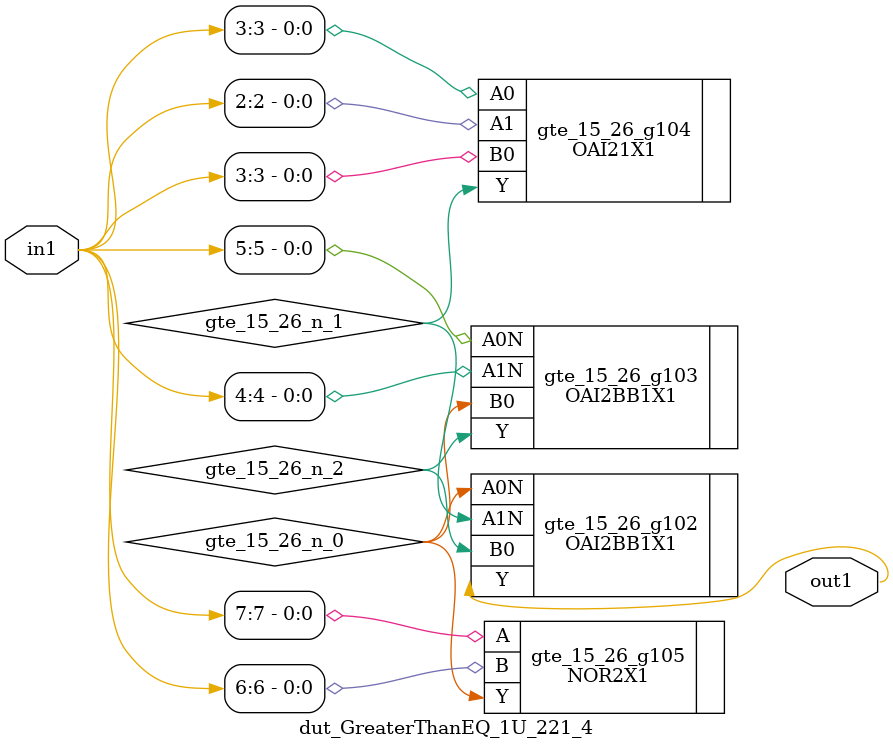
<source format=v>
`timescale 1ps / 1ps


module dut_GreaterThanEQ_1U_221_4(in1, out1);
  input [7:0] in1;
  output out1;
  wire [7:0] in1;
  wire out1;
  wire gte_15_26_n_0, gte_15_26_n_1, gte_15_26_n_2;
  OAI2BB1X1 gte_15_26_g102(.A0N (gte_15_26_n_0), .A1N (gte_15_26_n_1),
       .B0 (gte_15_26_n_2), .Y (out1));
  OAI2BB1X1 gte_15_26_g103(.A0N (in1[5]), .A1N (in1[4]), .B0
       (gte_15_26_n_0), .Y (gte_15_26_n_2));
  OAI21X1 gte_15_26_g104(.A0 (in1[3]), .A1 (in1[2]), .B0 (in1[3]), .Y
       (gte_15_26_n_1));
  NOR2X1 gte_15_26_g105(.A (in1[7]), .B (in1[6]), .Y (gte_15_26_n_0));
endmodule



</source>
